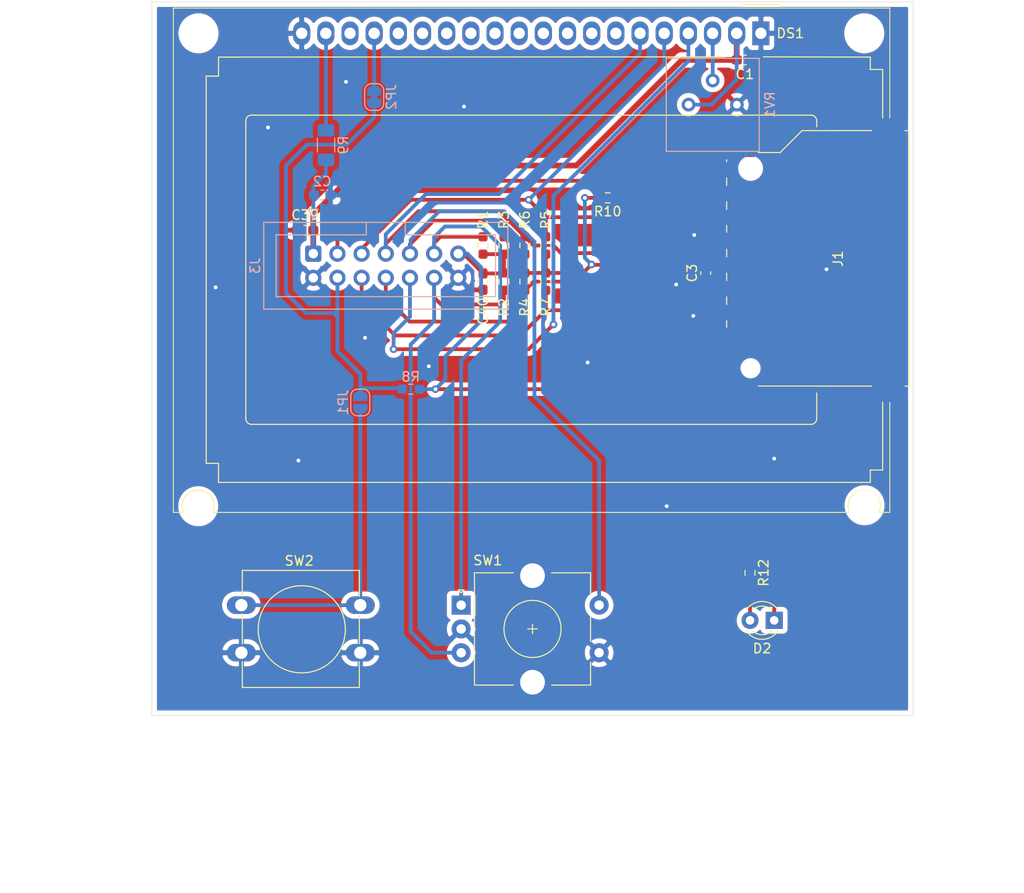
<source format=kicad_pcb>
(kicad_pcb (version 20171130) (host pcbnew "(5.1.9)-1")
  (layers (0 F.Cu signal) (31 B.Cu signal) (34 B.Paste user) (35 F.Paste user) (36 B.SilkS user) (37 F.SilkS user) (38 B.Mask user) (39 F.Mask user) (44 Edge.Cuts user))
  (net 0 "")
  (net 1 GND)
  (net 2 +3V3)
  (net 3 /SPI_MISO)
  (net 4 /SPI_SCK)
  (net 5 /SPI_MOSI)
  (net 6 /ENC_B)
  (net 7 /ENC_A)
  (net 8 /CARD-DETECT)
  (net 9 /SPI_RESET)
  (net 10 /ENC_PUSH)
  (net 11 +5V)
  (net 12 /CS)
  (net 13 /CS2)
  (net 14 "Net-(J1-Pad11)")
  (net 15 "Net-(J1-Pad9)")
  (net 16 "Net-(J1-Pad8)")
  (net 17 "Net-(DS1-Pad19)")
  (net 18 "Net-(DS1-Pad18)")
  (net 19 "Net-(DS1-Pad17)")
  (net 20 "Net-(DS1-Pad16)")
  (net 21 "Net-(DS1-Pad15)")
  (net 22 "Net-(DS1-Pad14)")
  (net 23 "Net-(DS1-Pad13)")
  (net 24 "Net-(DS1-Pad12)")
  (net 25 "Net-(DS1-Pad11)")
  (net 26 "Net-(DS1-Pad10)")
  (net 27 "Net-(DS1-Pad9)")
  (net 28 "Net-(DS1-Pad8)")
  (net 29 "Net-(DS1-Pad7)")
  (net 30 "Net-(DS1-Pad3)")
  (net 31 "Net-(JP1-Pad2)")
  (net 32 "Net-(D2-Pad2)")
  (module Display:AG12864E (layer F.Cu) (at 149 73.3 270)
    (fp_text reference DS1 (at 0 -3.1) (layer F.SilkS))
    (fp_text value LCD12864)
    (fp_line (start 50.35 61.75) (end 50.35 60.7) (layer F.SilkS) (width 0.1))
    (fp_line (start 50.35 -13.54) (end 50.35 -12.44) (layer F.SilkS) (width 0.1))
    (fp_line (start -2.65 -13.55) (end -2.65 61.75) (layer F.SilkS) (width 0.1))
    (fp_line (start -2.65 61.75) (end 50.35 61.75) (layer F.SilkS) (width 0.1))
    (fp_line (start 50.35 57.55) (end 50.35 -9.3) (layer F.SilkS) (width 0.1))
    (fp_line (start 50.35 -13.55) (end 38.8 -13.55) (layer F.SilkS) (width 0.1))
    (fp_line (start -3 -2) (end -3 2) (layer F.SilkS) (width 0.12))
    (fp_line (start 41.1 53.53) (end 41.1 -5.27) (layer F.SilkS) (width 0.12))
    (fp_line (start 9.2 54.13) (end 40.5 54.13) (layer F.SilkS) (width 0.12))
    (fp_line (start 8.6 -5.27) (end 8.6 53.53) (layer F.SilkS) (width 0.12))
    (fp_line (start 9.825 -5.875) (end 9.21 -5.87) (layer F.SilkS) (width 0.12))
    (fp_line (start 38.775 -12.8) (end 45.9 -12.8) (layer F.SilkS) (width 0.12))
    (fp_line (start 2.5 57) (end 2.475 3.75) (layer F.SilkS) (width 0.12))
    (fp_line (start 45.2 58.3) (end 4.5 58.3) (layer F.SilkS) (width 0.12))
    (fp_line (start 47.2 -11.5) (end 47.2 57) (layer F.SilkS) (width 0.12))
    (fp_line (start 2.5 57) (end 4.5 57) (layer F.SilkS) (width 0.12))
    (fp_line (start 4.5 57) (end 4.5 58.3) (layer F.SilkS) (width 0.12))
    (fp_line (start 47.2 57) (end 45.2 57) (layer F.SilkS) (width 0.12))
    (fp_line (start 45.2 57) (end 45.2 58.3) (layer F.SilkS) (width 0.12))
    (fp_line (start 47.2 -11.5) (end 45.9 -11.5) (layer F.SilkS) (width 0.12))
    (fp_line (start 45.9 -11.5) (end 45.9 -12.8) (layer F.SilkS) (width 0.12))
    (fp_line (start 3.8 -12.8) (end 3.8 -11.5) (layer F.SilkS) (width 0.12))
    (fp_line (start 3.8 -11.5) (end 2.5 -11.5) (layer F.SilkS) (width 0.12))
    (fp_line (start 40.5 -5.875) (end 37.8 -5.875) (layer F.SilkS) (width 0.12))
    (fp_line (start 3.8 -12.8) (end 8.9 -12.8) (layer F.SilkS) (width 0.12))
    (fp_line (start 8.9 -13.55) (end -2.65 -13.55) (layer F.SilkS) (width 0.1))
    (fp_line (start 2.5 -11.5) (end 2.475 -0.275) (layer F.SilkS) (width 0.12))
    (fp_arc (start 9.2 -5.27) (end 8.6 -5.27) (angle 90) (layer F.SilkS) (width 0.12))
    (fp_arc (start 40.5 -5.27) (end 40.5 -5.87) (angle 90) (layer F.SilkS) (width 0.12))
    (fp_arc (start 40.5 53.53) (end 41.1 53.53) (angle 90) (layer F.SilkS) (width 0.12))
    (fp_arc (start 9.2 53.53) (end 9.2 54.13) (angle 90) (layer F.SilkS) (width 0.12))
    (fp_arc (start 49.7 -10.87) (end 48.12 -11.49) (angle 90) (layer F.SilkS) (width 0.1))
    (fp_arc (start 49.7 -10.87) (end 49.01 -9.32) (angle 90) (layer F.SilkS) (width 0.1))
    (fp_arc (start 49.7 -10.87) (end 50.33 -9.29) (angle 90) (layer F.SilkS) (width 0.1))
    (fp_arc (start 49.7 59.13) (end 48.12 58.51) (angle 90) (layer F.SilkS) (width 0.1))
    (fp_arc (start 49.7 59.13) (end 49.08 60.71) (angle 90) (layer F.SilkS) (width 0.1))
    (fp_arc (start 49.7 59.13) (end 50.31 60.71) (angle 90) (layer F.SilkS) (width 0.1))
    (pad 20 thru_hole oval (at 0 48.26 180) (size 1.8 2.5) (drill 1.2) (layers *.Cu *.Mask) (net 1 GND))
    (pad 19 thru_hole oval (at 0 45.72 180) (size 1.8 2.5) (drill 1.2) (layers *.Cu *.Mask) (net 17 "Net-(DS1-Pad19)"))
    (pad 18 thru_hole oval (at 0 43.18 180) (size 1.8 2.5) (drill 1.2) (layers *.Cu *.Mask) (net 18 "Net-(DS1-Pad18)"))
    (pad 17 thru_hole oval (at 0 40.64 180) (size 1.8 2.5) (drill 1.2) (layers *.Cu *.Mask) (net 19 "Net-(DS1-Pad17)"))
    (pad 16 thru_hole oval (at 0 38.1 180) (size 1.8 2.5) (drill 1.2) (layers *.Cu *.Mask) (net 20 "Net-(DS1-Pad16)"))
    (pad 15 thru_hole oval (at 0 35.56 180) (size 1.8 2.5) (drill 1.2) (layers *.Cu *.Mask) (net 21 "Net-(DS1-Pad15)"))
    (pad 14 thru_hole oval (at 0 33.02 180) (size 1.8 2.5) (drill 1.2) (layers *.Cu *.Mask) (net 22 "Net-(DS1-Pad14)"))
    (pad 13 thru_hole oval (at 0 30.48 180) (size 1.8 2.5) (drill 1.2) (layers *.Cu *.Mask) (net 23 "Net-(DS1-Pad13)"))
    (pad 12 thru_hole oval (at 0 27.94 180) (size 1.8 2.5) (drill 1.2) (layers *.Cu *.Mask) (net 24 "Net-(DS1-Pad12)"))
    (pad 11 thru_hole oval (at 0 25.4 180) (size 1.8 2.5) (drill 1.2) (layers *.Cu *.Mask) (net 25 "Net-(DS1-Pad11)"))
    (pad 10 thru_hole oval (at 0 22.86 180) (size 1.8 2.5) (drill 1.2) (layers *.Cu *.Mask) (net 26 "Net-(DS1-Pad10)"))
    (pad 9 thru_hole oval (at 0 20.32 180) (size 1.8 2.5) (drill 1.2) (layers *.Cu *.Mask) (net 27 "Net-(DS1-Pad9)"))
    (pad 8 thru_hole oval (at 0 17.78 180) (size 1.8 2.5) (drill 1.2) (layers *.Cu *.Mask) (net 28 "Net-(DS1-Pad8)"))
    (pad 7 thru_hole oval (at 0 15.24 180) (size 1.8 2.5) (drill 1.2) (layers *.Cu *.Mask) (net 29 "Net-(DS1-Pad7)"))
    (pad 6 thru_hole oval (at 0 12.7 180) (size 1.8 2.5) (drill 1.2) (layers *.Cu *.Mask) (net 4 /SPI_SCK))
    (pad 5 thru_hole oval (at 0 10.16 180) (size 1.8 2.5) (drill 1.2) (layers *.Cu *.Mask) (net 5 /SPI_MOSI))
    (pad 4 thru_hole oval (at 0 7.62 180) (size 1.8 2.5) (drill 1.2) (layers *.Cu *.Mask) (net 13 /CS2))
    (pad 3 thru_hole oval (at 0 5.08 180) (size 1.8 2.5) (drill 1.2) (layers *.Cu *.Mask) (net 30 "Net-(DS1-Pad3)"))
    (pad 2 thru_hole oval (at 0 2.54 180) (size 1.8 2.5) (drill 1.2) (layers *.Cu *.Mask) (net 11 +5V))
    (pad 1 thru_hole rect (at 0 0 180) (size 1.8 2.5) (drill 1.2) (layers *.Cu *.Mask) (net 1 GND))
  )
  (module Connector_Card:SD_TE_2041021 (layer F.Cu) (at 157.1 97 90)
    (fp_text reference J1 (at 0 0 90) (layer F.SilkS))
    (fp_text value SD_Card)
    (fp_line (start -13.375 7.05) (end -13.375 7.47) (layer F.SilkS) (width 0.12))
    (fp_line (start 13.465 7.47) (end 13.465 7.05) (layer F.SilkS) (width 0.12))
    (fp_line (start -13.375 7.47) (end 13.465 7.47) (layer F.SilkS) (width 0.12))
    (fp_line (start 7.7 -11.695) (end 8.5 -11.695) (layer F.SilkS) (width 0.12))
    (fp_line (start 5.2 -11.695) (end 6 -11.695) (layer F.SilkS) (width 0.12))
    (fp_line (start 2.8 -11.695) (end 3.5 -11.695) (layer F.SilkS) (width 0.12))
    (fp_line (start 0.2 -11.695) (end 1 -11.695) (layer F.SilkS) (width 0.12))
    (fp_line (start 10.2 -11.695) (end 10.4 -11.695) (layer F.SilkS) (width 0.12))
    (fp_line (start -2.3 -11.695) (end -1.5 -11.695) (layer F.SilkS) (width 0.12))
    (fp_line (start -4.8 -11.695) (end -4 -11.695) (layer F.SilkS) (width 0.12))
    (fp_line (start -7.2 -11.695) (end -6.5 -11.695) (layer F.SilkS) (width 0.12))
    (fp_line (start 11.17 -8.375) (end 11.17 -6.075) (layer F.SilkS) (width 0.12))
    (fp_line (start 11.17 -6.075) (end 13.47 -3.775) (layer F.SilkS) (width 0.12))
    (fp_line (start 13.47 -3.775) (end 13.475 3.55) (layer F.SilkS) (width 0.12))
    (fp_line (start -13.37 -8.375) (end -13.375 3.525) (layer F.SilkS) (width 0.12))
    (pad 12 smd rect (at -13.65 -10.175 90) (size 1.5 2.8) (layers F.Cu F.Paste F.Mask) (net 1 GND))
    (pad 12 smd rect (at -13.65 5.325 90) (size 1.5 2.8) (layers F.Cu F.Paste F.Mask) (net 1 GND))
    (pad 12 smd rect (at 13.65 5.325 90) (size 1.5 2.8) (layers F.Cu F.Paste F.Mask) (net 1 GND))
    (pad 12 smd rect (at 11.45 -10.175 90) (size 1.5 2.8) (layers F.Cu F.Paste F.Mask) (net 1 GND))
    (pad "" np_thru_hole circle (at -11.5 -9.175 90) (size 1.1 1.1) (drill 1.1) (layers *.Cu *.Mask))
    (pad "" np_thru_hole circle (at 9.5 -9.175 90) (size 1.6 1.6) (drill 1.6) (layers *.Cu *.Mask))
    (pad 11 smd rect (at -12.255 -11.975 90) (size 0.7 1.5) (layers F.Cu F.Paste F.Mask) (net 14 "Net-(J1-Pad11)"))
    (pad 10 smd rect (at -11.055 -11.975 90) (size 0.7 1.5) (layers F.Cu F.Paste F.Mask) (net 8 /CARD-DETECT))
    (pad 9 smd rect (at 9.375 -11.975 90) (size 1 1.5) (layers F.Cu F.Paste F.Mask) (net 15 "Net-(J1-Pad9)"))
    (pad 8 smd rect (at -9.755 -11.975 90) (size 1 1.5) (layers F.Cu F.Paste F.Mask) (net 16 "Net-(J1-Pad8)"))
    (pad 7 smd rect (at -8.055 -11.975 90) (size 1 1.5) (layers F.Cu F.Paste F.Mask) (net 3 /SPI_MISO))
    (pad 6 smd rect (at -5.625 -11.975 90) (size 1 1.5) (layers F.Cu F.Paste F.Mask) (net 1 GND))
    (pad 5 smd rect (at -3.125 -11.975 90) (size 1 1.5) (layers F.Cu F.Paste F.Mask) (net 4 /SPI_SCK))
    (pad 4 smd rect (at -0.625 -11.975 90) (size 1 1.5) (layers F.Cu F.Paste F.Mask) (net 2 +3V3))
    (pad 3 smd rect (at 1.875 -11.975 90) (size 1 1.5) (layers F.Cu F.Paste F.Mask) (net 1 GND))
    (pad 2 smd rect (at 4.375 -11.975 90) (size 1 1.5) (layers F.Cu F.Paste F.Mask) (net 5 /SPI_MOSI))
    (pad 1 smd rect (at 6.875 -11.975 90) (size 1 1.5) (layers F.Cu F.Paste F.Mask) (net 12 /CS))
  )
  (module LED_THT:LED_D3.0mm (layer F.Cu) (at 150.4 135 180)
    (fp_text reference D2 (at 1.27 -2.96) (layer F.SilkS))
    (fp_text value LED)
    (fp_line (start -0.29 -1.236) (end -0.29 -1.08) (layer F.SilkS) (width 0.12))
    (fp_line (start -0.29 1.08) (end -0.29 1.236) (layer F.SilkS) (width 0.12))
    (fp_arc (start 1.27 0) (end 0.229039 1.08) (angle -87.9) (layer F.SilkS) (width 0.12))
    (fp_arc (start 1.27 0) (end 0.229039 -1.08) (angle 87.9) (layer F.SilkS) (width 0.12))
    (fp_arc (start 1.27 0) (end -0.29 1.235516) (angle -108.8) (layer F.SilkS) (width 0.12))
    (fp_arc (start 1.27 0) (end -0.29 -1.235516) (angle 108.8) (layer F.SilkS) (width 0.12))
    (pad 2 thru_hole circle (at 2.54 0 180) (size 1.8 1.8) (drill 0.9) (layers *.Cu *.Mask) (net 32 "Net-(D2-Pad2)"))
    (pad 1 thru_hole rect (at 0 0 180) (size 1.8 1.8) (drill 0.9) (layers *.Cu *.Mask) (net 8 /CARD-DETECT))
  )
  (module Resistor_SMD:R_0603_1608Metric_Pad0.98x0.95mm_HandSolder (layer F.Cu) (at 147.86 130 270)
    (fp_text reference R12 (at 0 -1.43 90) (layer F.SilkS))
    (fp_text value 470)
    (fp_line (start -0.254724 -0.5225) (end 0.254724 -0.5225) (layer F.SilkS) (width 0.12))
    (fp_line (start -0.254724 0.5225) (end 0.254724 0.5225) (layer F.SilkS) (width 0.12))
    (pad 2 smd roundrect (at 0.9125 0 270) (size 0.975 0.95) (layers F.Cu F.Paste F.Mask) (net 32 "Net-(D2-Pad2)"))
    (pad 1 smd roundrect (at -0.9125 0 270) (size 0.975 0.95) (layers F.Cu F.Paste F.Mask) (net 2 +3V3))
  )
  (module Resistor_SMD:R_0603_1608Metric_Pad0.98x0.95mm_HandSolder (layer F.Cu) (at 132.9 90.6 180)
    (fp_text reference R10 (at 0 -1.43) (layer F.SilkS))
    (fp_text value 10k)
    (fp_line (start -0.254724 -0.5225) (end 0.254724 -0.5225) (layer F.SilkS) (width 0.12))
    (fp_line (start -0.254724 0.5225) (end 0.254724 0.5225) (layer F.SilkS) (width 0.12))
    (pad 2 smd roundrect (at 0.9125 0 180) (size 0.975 0.95) (layers F.Cu F.Paste F.Mask) (net 2 +3V3))
    (pad 1 smd roundrect (at -0.9125 0 180) (size 0.975 0.95) (layers F.Cu F.Paste F.Mask) (net 8 /CARD-DETECT))
  )
  (module Capacitor_SMD:C_0603_1608Metric_Pad1.08x0.95mm_HandSolder (layer F.Cu) (at 143.2 98.5 90)
    (fp_text reference C3 (at 0 -1.43 90) (layer F.SilkS))
    (fp_text value 0u1)
    (fp_line (start -0.146267 -0.51) (end 0.146267 -0.51) (layer F.SilkS) (width 0.12))
    (fp_line (start -0.146267 0.51) (end 0.146267 0.51) (layer F.SilkS) (width 0.12))
    (pad 2 smd roundrect (at 0.8625 0 90) (size 1.075 0.95) (layers F.Cu F.Paste F.Mask) (net 2 +3V3))
    (pad 1 smd roundrect (at -0.8625 0 90) (size 1.075 0.95) (layers F.Cu F.Paste F.Mask) (net 1 GND))
  )
  (module Capacitor_SMD:C_0603_1608Metric_Pad1.08x0.95mm_HandSolder (layer B.Cu) (at 102.9 90.3 180)
    (fp_text reference C2 (at 0 1.43) (layer B.SilkS) (effects (justify mirror)))
    (fp_text value 0u1)
    (fp_line (start -0.146267 0.51) (end 0.146267 0.51) (layer B.SilkS) (width 0.12))
    (fp_line (start -0.146267 -0.51) (end 0.146267 -0.51) (layer B.SilkS) (width 0.12))
    (pad 2 smd roundrect (at 0.8625 0 180) (size 1.075 0.95) (layers B.Cu B.Paste B.Mask) (net 11 +5V))
    (pad 1 smd roundrect (at -0.8625 0 180) (size 1.075 0.95) (layers B.Cu B.Paste B.Mask) (net 1 GND))
  )
  (module Capacitor_SMD:C_0603_1608Metric_Pad1.08x0.95mm_HandSolder (layer F.Cu) (at 147.3225 76.1)
    (fp_text reference C1 (at 0 1.5) (layer F.SilkS))
    (fp_text value 0u1)
    (fp_line (start -0.146267 -0.51) (end 0.146267 -0.51) (layer F.SilkS) (width 0.12))
    (fp_line (start -0.146267 0.51) (end 0.146267 0.51) (layer F.SilkS) (width 0.12))
    (pad 2 smd roundrect (at 0.8625 0) (size 1.075 0.95) (layers F.Cu F.Paste F.Mask) (net 1 GND))
    (pad 1 smd roundrect (at -0.8625 0) (size 1.075 0.95) (layers F.Cu F.Paste F.Mask) (net 11 +5V))
  )
  (module MountingHole:MountingHole_3.2mm_M3 (layer F.Cu) (at 89.87 123)
    (fp_text reference REF** hide)
    (fp_text value MountingHole_3.2mm_M3)
    (pad 1 np_thru_hole circle (at 0 0) (size 3.2 3.2) (drill 3.2) (layers *.Cu *.Mask))
  )
  (module MountingHole:MountingHole_3.2mm_M3 (layer F.Cu) (at 159.9 122.9)
    (fp_text reference REF** hide)
    (fp_text value MountingHole_3.2mm_M3)
    (pad 1 np_thru_hole circle (at 0 0) (size 3.2 3.2) (drill 3.2) (layers *.Cu *.Mask))
  )
  (module MountingHole:MountingHole_3.2mm_M3 (layer F.Cu) (at 159.87 73.3)
    (fp_text reference REF** hide)
    (fp_text value MountingHole_3.2mm_M3)
    (pad 1 np_thru_hole circle (at 0 0) (size 3.2 3.2) (drill 3.2) (layers *.Cu *.Mask))
  )
  (module MountingHole:MountingHole_3.2mm_M3 (layer F.Cu) (at 89.9 73.3)
    (fp_text reference REF** hide)
    (fp_text value MountingHole_3.2mm_M3)
    (pad 1 np_thru_hole circle (at 0 0) (size 3.2 3.2) (drill 3.2) (layers *.Cu *.Mask))
  )
  (module Button_Switch_THT:SW_PUSH-12mm (layer F.Cu) (at 94.4 133.4)
    (fp_text reference SW2 (at 6.08 -4.66) (layer F.SilkS))
    (fp_text value SW_Push)
    (fp_line (start 0.1 -3.65) (end 12.4 -3.65) (layer F.SilkS) (width 0.12))
    (fp_line (start 12.4 0.93) (end 12.4 4.07) (layer F.SilkS) (width 0.12))
    (fp_line (start 12.4 8.65) (end 0.1 8.65) (layer F.SilkS) (width 0.12))
    (fp_line (start 0.1 -0.93) (end 0.1 -3.65) (layer F.SilkS) (width 0.12))
    (fp_circle (center 6.35 2.54) (end 10.16 5.08) (layer F.SilkS) (width 0.12))
    (fp_line (start 0.1 8.65) (end 0.1 5.93) (layer F.SilkS) (width 0.12))
    (fp_line (start 0.1 4.07) (end 0.1 0.93) (layer F.SilkS) (width 0.12))
    (fp_line (start 12.4 5.93) (end 12.4 8.65) (layer F.SilkS) (width 0.12))
    (fp_line (start 12.4 -3.65) (end 12.4 -0.93) (layer F.SilkS) (width 0.12))
    (pad 2 thru_hole oval (at 0 5) (size 3.048 1.85) (drill 1.3) (layers *.Cu *.Mask) (net 1 GND))
    (pad 1 thru_hole oval (at 0 0) (size 3.048 1.85) (drill 1.3) (layers *.Cu *.Mask) (net 31 "Net-(JP1-Pad2)"))
    (pad 2 thru_hole oval (at 12.5 5) (size 3.048 1.85) (drill 1.3) (layers *.Cu *.Mask) (net 1 GND))
    (pad 1 thru_hole oval (at 12.5 0) (size 3.048 1.85) (drill 1.3) (layers *.Cu *.Mask) (net 31 "Net-(JP1-Pad2)"))
  )
  (module Potentiometer_THT:Potentiometer_Bourns_3386P_Vertical (layer B.Cu) (at 141.4 80.8 90)
    (fp_text reference RV1 (at -0.015 8.555 270) (layer B.SilkS) (effects (justify mirror)))
    (fp_text value 10k)
    (fp_line (start -4.9 7.425) (end 4.87 7.425) (layer B.SilkS) (width 0.12))
    (fp_line (start -4.9 -2.345) (end 4.87 -2.345) (layer B.SilkS) (width 0.12))
    (fp_line (start -4.9 7.425) (end -4.9 -2.345) (layer B.SilkS) (width 0.12))
    (fp_line (start 4.87 7.425) (end 4.87 -2.345) (layer B.SilkS) (width 0.12))
    (pad 1 thru_hole circle (at 0 0 90) (size 1.44 1.44) (drill 0.8) (layers *.Cu *.Mask) (net 11 +5V))
    (pad 2 thru_hole circle (at 2.54 2.54 90) (size 1.44 1.44) (drill 0.8) (layers *.Cu *.Mask) (net 30 "Net-(DS1-Pad3)"))
    (pad 3 thru_hole circle (at 0 5.08 90) (size 1.44 1.44) (drill 0.8) (layers *.Cu *.Mask) (net 1 GND))
  )
  (module Resistor_SMD:R_1206_3216Metric_Pad1.30x1.75mm_HandSolder (layer B.Cu) (at 103.3 85.05 90)
    (fp_text reference R9 (at 0 1.82 90) (layer B.SilkS) (effects (justify mirror)))
    (fp_text value 470)
    (fp_line (start -0.727064 0.91) (end 0.727064 0.91) (layer B.SilkS) (width 0.12))
    (fp_line (start -0.727064 -0.91) (end 0.727064 -0.91) (layer B.SilkS) (width 0.12))
    (pad 2 smd roundrect (at 1.55 0 90) (size 1.3 1.75) (layers B.Cu B.Paste B.Mask) (roundrect_rratio 0.192308) (net 17 "Net-(DS1-Pad19)"))
    (pad 1 smd roundrect (at -1.55 0 90) (size 1.3 1.75) (layers B.Cu B.Paste B.Mask) (roundrect_rratio 0.192308) (net 11 +5V))
  )
  (module Resistor_SMD:R_0603_1608Metric_Pad0.98x0.95mm_HandSolder (layer B.Cu) (at 112.2 110.7)
    (fp_text reference R8 (at 0 -1.3) (layer B.SilkS) (effects (justify mirror)))
    (fp_text value 10k)
    (fp_line (start -0.254724 0.5225) (end 0.254724 0.5225) (layer B.SilkS) (width 0.12))
    (fp_line (start -0.254724 -0.5225) (end 0.254724 -0.5225) (layer B.SilkS) (width 0.12))
    (pad 2 smd roundrect (at 0.9125 0) (size 0.975 0.95) (layers B.Cu B.Paste B.Mask) (net 2 +3V3))
    (pad 1 smd roundrect (at -0.9125 0) (size 0.975 0.95) (layers B.Cu B.Paste B.Mask) (net 9 /SPI_RESET))
  )
  (module Jumper:SolderJumper-2_P1.3mm_Bridged_RoundedPad1.0x1.5mm (layer B.Cu) (at 108.36 80 90)
    (fp_text reference JP2 (at 0 1.8 270) (layer B.SilkS) (effects (justify mirror)))
    (fp_text value Jumper_NC_Small)
    (fp_line (start -1.4 -0.3) (end -1.4 0.3) (layer B.SilkS) (width 0.12))
    (fp_line (start 0.7 -1) (end -0.7 -1) (layer B.SilkS) (width 0.12))
    (fp_line (start 1.4 0.3) (end 1.4 -0.3) (layer B.SilkS) (width 0.12))
    (fp_line (start -0.7 1) (end 0.7 1) (layer B.SilkS) (width 0.12))
    (fp_poly (pts (xy 0.25 0.3) (xy -0.25 0.3) (xy -0.25 -0.3) (xy 0.25 -0.3)) (layer B.Cu) (width 0))
    (fp_arc (start -0.7 0.3) (end -0.7 1) (angle 90) (layer B.SilkS) (width 0.12))
    (fp_arc (start -0.7 -0.3) (end -1.4 -0.3) (angle 90) (layer B.SilkS) (width 0.12))
    (fp_arc (start 0.7 -0.3) (end 0.7 -1) (angle 90) (layer B.SilkS) (width 0.12))
    (fp_arc (start 0.7 0.3) (end 1.4 0.3) (angle 90) (layer B.SilkS) (width 0.12))
    (pad 1 smd custom (at -0.65 0 90) (size 1 0.5) (layers B.Cu B.Mask) (net 9 /SPI_RESET) (options (clearance outline) (anchor rect)) (primitives (gr_circle (center 0 -0.25) (end 0.5 -0.25) (width 0)) (gr_circle (center 0 0.25) (end 0.5 0.25) (width 0)) (gr_poly (pts (xy 0 0.75) (xy 0.5 0.75) (xy 0.5 -0.75) (xy 0 -0.75)) (width 0))))
    (pad 2 smd custom (at 0.65 0 90) (size 1 0.5) (layers B.Cu B.Mask) (net 19 "Net-(DS1-Pad17)") (options (clearance outline) (anchor rect)) (primitives (gr_circle (center 0 -0.25) (end 0.5 -0.25) (width 0)) (gr_circle (center 0 0.25) (end 0.5 0.25) (width 0)) (gr_poly (pts (xy 0 0.75) (xy -0.5 0.75) (xy -0.5 -0.75) (xy 0 -0.75)) (width 0))))
  )
  (module Jumper:SolderJumper-2_P1.3mm_Open_RoundedPad1.0x1.5mm (layer B.Cu) (at 106.9 112.1 270)
    (fp_text reference JP1 (at 0 1.8 90) (layer B.SilkS) (effects (justify mirror)))
    (fp_text value Jumper_NO_Small)
    (fp_line (start -1.4 -0.3) (end -1.4 0.3) (layer B.SilkS) (width 0.12))
    (fp_line (start 0.7 -1) (end -0.7 -1) (layer B.SilkS) (width 0.12))
    (fp_line (start 1.4 0.3) (end 1.4 -0.3) (layer B.SilkS) (width 0.12))
    (fp_line (start -0.7 1) (end 0.7 1) (layer B.SilkS) (width 0.12))
    (fp_arc (start -0.7 0.3) (end -0.7 1) (angle 90) (layer B.SilkS) (width 0.12))
    (fp_arc (start -0.7 -0.3) (end -1.4 -0.3) (angle 90) (layer B.SilkS) (width 0.12))
    (fp_arc (start 0.7 -0.3) (end 0.7 -1) (angle 90) (layer B.SilkS) (width 0.12))
    (fp_arc (start 0.7 0.3) (end 1.4 0.3) (angle 90) (layer B.SilkS) (width 0.12))
    (pad 2 smd custom (at 0.65 0 270) (size 1 0.5) (layers B.Cu B.Mask) (net 31 "Net-(JP1-Pad2)") (options (clearance outline) (anchor rect)) (primitives (gr_circle (center 0 -0.25) (end 0.5 -0.25) (width 0)) (gr_circle (center 0 0.25) (end 0.5 0.25) (width 0)) (gr_poly (pts (xy 0 0.75) (xy -0.5 0.75) (xy -0.5 -0.75) (xy 0 -0.75)) (width 0))))
    (pad 1 smd custom (at -0.65 0 270) (size 1 0.5) (layers B.Cu B.Mask) (net 9 /SPI_RESET) (options (clearance outline) (anchor rect)) (primitives (gr_circle (center 0 -0.25) (end 0.5 -0.25) (width 0)) (gr_circle (center 0 0.25) (end 0.5 0.25) (width 0)) (gr_poly (pts (xy 0 0.75) (xy 0.5 0.75) (xy 0.5 -0.75) (xy 0 -0.75)) (width 0))))
  )
  (module Connector_IDC:IDC-Header_2x07_P2.54mm_Vertical (layer B.Cu) (at 101.96 96.46 270)
    (fp_text reference J3 (at 1.27 6.1 270) (layer B.SilkS) (effects (justify mirror)))
    (fp_text value EXP)
    (fp_line (start -4.68 -0.5) (end -3.68 0) (layer B.SilkS) (width 0.12))
    (fp_line (start -4.68 0.5) (end -4.68 -0.5) (layer B.SilkS) (width 0.12))
    (fp_line (start -3.68 0) (end -4.68 0.5) (layer B.SilkS) (width 0.12))
    (fp_line (start -1.98 -9.67) (end -3.29 -9.67) (layer B.SilkS) (width 0.12))
    (fp_line (start -1.98 -9.67) (end -1.98 -9.67) (layer B.SilkS) (width 0.12))
    (fp_line (start -1.98 -19.15) (end -1.98 -9.67) (layer B.SilkS) (width 0.12))
    (fp_line (start 4.52 -19.15) (end -1.98 -19.15) (layer B.SilkS) (width 0.12))
    (fp_line (start 4.52 3.91) (end 4.52 -19.15) (layer B.SilkS) (width 0.12))
    (fp_line (start -1.98 3.91) (end 4.52 3.91) (layer B.SilkS) (width 0.12))
    (fp_line (start -1.98 -5.57) (end -1.98 3.91) (layer B.SilkS) (width 0.12))
    (fp_line (start -3.29 -5.57) (end -1.98 -5.57) (layer B.SilkS) (width 0.12))
    (fp_line (start -3.29 -20.45) (end -3.29 5.21) (layer B.SilkS) (width 0.12))
    (fp_line (start 5.83 -20.45) (end -3.29 -20.45) (layer B.SilkS) (width 0.12))
    (fp_line (start 5.83 5.21) (end 5.83 -20.45) (layer B.SilkS) (width 0.12))
    (fp_line (start -3.29 5.21) (end 5.83 5.21) (layer B.SilkS) (width 0.12))
    (pad 14 thru_hole circle (at 2.54 -15.24 270) (size 1.7 1.7) (drill 1) (layers *.Cu *.Mask) (net 1 GND))
    (pad 12 thru_hole circle (at 2.54 -12.7 270) (size 1.7 1.7) (drill 1) (layers *.Cu *.Mask) (net 6 /ENC_B))
    (pad 10 thru_hole circle (at 2.54 -10.16 270) (size 1.7 1.7) (drill 1) (layers *.Cu *.Mask) (net 13 /CS2))
    (pad 8 thru_hole circle (at 2.54 -7.62 270) (size 1.7 1.7) (drill 1) (layers *.Cu *.Mask) (net 12 /CS))
    (pad 6 thru_hole circle (at 2.54 -5.08 270) (size 1.7 1.7) (drill 1) (layers *.Cu *.Mask) (net 3 /SPI_MISO))
    (pad 4 thru_hole circle (at 2.54 -2.54 270) (size 1.7 1.7) (drill 1) (layers *.Cu *.Mask) (net 9 /SPI_RESET))
    (pad 2 thru_hole circle (at 2.54 0 270) (size 1.7 1.7) (drill 1) (layers *.Cu *.Mask) (net 1 GND))
    (pad 13 thru_hole circle (at 0 -15.24 270) (size 1.7 1.7) (drill 1) (layers *.Cu *.Mask) (net 2 +3V3))
    (pad 11 thru_hole circle (at 0 -12.7 270) (size 1.7 1.7) (drill 1) (layers *.Cu *.Mask) (net 7 /ENC_A))
    (pad 9 thru_hole circle (at 0 -10.16 270) (size 1.7 1.7) (drill 1) (layers *.Cu *.Mask) (net 10 /ENC_PUSH))
    (pad 7 thru_hole circle (at 0 -7.62 270) (size 1.7 1.7) (drill 1) (layers *.Cu *.Mask) (net 4 /SPI_SCK))
    (pad 5 thru_hole circle (at 0 -5.08 270) (size 1.7 1.7) (drill 1) (layers *.Cu *.Mask) (net 5 /SPI_MOSI))
    (pad 3 thru_hole circle (at 0 -2.54 270) (size 1.7 1.7) (drill 1) (layers *.Cu *.Mask) (net 8 /CARD-DETECT))
    (pad 1 thru_hole roundrect (at 0 0 270) (size 1.7 1.7) (drill 1) (layers *.Cu *.Mask) (roundrect_rratio 0.147059) (net 11 +5V))
  )
  (module Rotary_Encoder:RotaryEncoder_Alps_EC11E-Switch_Vertical_H20mm_CircularMountingHoles (layer F.Cu) (at 117.5 133.4)
    (fp_text reference SW1 (at 2.8 -4.7) (layer F.SilkS))
    (fp_text value Rotary_Encoder_Switch)
    (fp_circle (center 7.5 2.5) (end 10.5 2.5) (layer F.SilkS) (width 0.12))
    (fp_line (start 9.5 -3.4) (end 13.6 -3.4) (layer F.SilkS) (width 0.12))
    (fp_line (start 13.6 8.4) (end 9.5 8.4) (layer F.SilkS) (width 0.12))
    (fp_line (start 5.5 8.4) (end 1.4 8.4) (layer F.SilkS) (width 0.12))
    (fp_line (start 5.5 -3.4) (end 1.4 -3.4) (layer F.SilkS) (width 0.12))
    (fp_line (start 1.4 -3.4) (end 1.4 8.4) (layer F.SilkS) (width 0.12))
    (fp_line (start 0 -1.3) (end -0.3 -1.6) (layer F.SilkS) (width 0.12))
    (fp_line (start -0.3 -1.6) (end 0.3 -1.6) (layer F.SilkS) (width 0.12))
    (fp_line (start 0.3 -1.6) (end 0 -1.3) (layer F.SilkS) (width 0.12))
    (fp_line (start 13.6 -3.4) (end 13.6 -1) (layer F.SilkS) (width 0.12))
    (fp_line (start 13.6 1.2) (end 13.6 3.8) (layer F.SilkS) (width 0.12))
    (fp_line (start 13.6 6) (end 13.6 8.4) (layer F.SilkS) (width 0.12))
    (fp_line (start 7.5 2) (end 7.5 3) (layer F.SilkS) (width 0.12))
    (fp_line (start 7 2.5) (end 8 2.5) (layer F.SilkS) (width 0.12))
    (pad A thru_hole rect (at 0 0) (size 2 2) (drill 1) (layers *.Cu *.Mask) (net 7 /ENC_A))
    (pad C thru_hole circle (at 0 2.5) (size 2 2) (drill 1) (layers *.Cu *.Mask) (net 1 GND))
    (pad B thru_hole circle (at 0 5) (size 2 2) (drill 1) (layers *.Cu *.Mask) (net 6 /ENC_B))
    (pad C thru_hole circle (at 7.5 -3.1) (size 3.2 3.2) (drill 2.6) (layers *.Cu *.Mask) (net 1 GND))
    (pad C thru_hole circle (at 7.5 8.1) (size 3.2 3.2) (drill 2.6) (layers *.Cu *.Mask Dwgs.User) (net 1 GND))
    (pad S2 thru_hole circle (at 14.5 0) (size 2 2) (drill 1) (layers *.Cu *.Mask) (net 10 /ENC_PUSH))
    (pad S1 thru_hole circle (at 14.5 5) (size 2 2) (drill 1) (layers *.Cu *.Mask) (net 1 GND))
  )
  (module Resistor_SMD:R_0603_1608Metric_Pad0.98x0.95mm_HandSolder (layer F.Cu) (at 126.4 99.4 90)
    (fp_text reference R7 (at -2.7 0 270) (layer F.SilkS))
    (fp_text value 10k)
    (fp_line (start -0.254724 0.5225) (end 0.254724 0.5225) (layer F.SilkS) (width 0.12))
    (fp_line (start -0.254724 -0.5225) (end 0.254724 -0.5225) (layer F.SilkS) (width 0.12))
    (pad 2 smd roundrect (at 0.9125 0 90) (size 0.975 0.95) (layers F.Cu F.Paste F.Mask) (net 2 +3V3))
    (pad 1 smd roundrect (at -0.9125 0 90) (size 0.975 0.95) (layers F.Cu F.Paste F.Mask) (net 3 /SPI_MISO))
  )
  (module Resistor_SMD:R_0603_1608Metric_Pad0.98x0.95mm_HandSolder (layer F.Cu) (at 124.2 95.6 270)
    (fp_text reference R6 (at -2.7 0 90) (layer F.SilkS))
    (fp_text value 10k)
    (fp_line (start -0.254724 0.5225) (end 0.254724 0.5225) (layer F.SilkS) (width 0.12))
    (fp_line (start -0.254724 -0.5225) (end 0.254724 -0.5225) (layer F.SilkS) (width 0.12))
    (pad 2 smd roundrect (at 0.9125 0 270) (size 0.975 0.95) (layers F.Cu F.Paste F.Mask) (net 2 +3V3))
    (pad 1 smd roundrect (at -0.9125 0 270) (size 0.975 0.95) (layers F.Cu F.Paste F.Mask) (net 4 /SPI_SCK))
  )
  (module Resistor_SMD:R_0603_1608Metric_Pad0.98x0.95mm_HandSolder (layer F.Cu) (at 126.4 95.6 270)
    (fp_text reference R5 (at -2.7 0 90) (layer F.SilkS))
    (fp_text value 10k)
    (fp_line (start -0.254724 0.5225) (end 0.254724 0.5225) (layer F.SilkS) (width 0.12))
    (fp_line (start -0.254724 -0.5225) (end 0.254724 -0.5225) (layer F.SilkS) (width 0.12))
    (pad 2 smd roundrect (at 0.9125 0 270) (size 0.975 0.95) (layers F.Cu F.Paste F.Mask) (net 2 +3V3))
    (pad 1 smd roundrect (at -0.9125 0 270) (size 0.975 0.95) (layers F.Cu F.Paste F.Mask) (net 5 /SPI_MOSI))
  )
  (module Resistor_SMD:R_0603_1608Metric_Pad0.98x0.95mm_HandSolder (layer F.Cu) (at 124.2 99.4 90)
    (fp_text reference R4 (at -2.7 0 90) (layer F.SilkS))
    (fp_text value 10k)
    (fp_line (start -0.254724 0.5225) (end 0.254724 0.5225) (layer F.SilkS) (width 0.12))
    (fp_line (start -0.254724 -0.5225) (end 0.254724 -0.5225) (layer F.SilkS) (width 0.12))
    (pad 2 smd roundrect (at 0.9125 0 90) (size 0.975 0.95) (layers F.Cu F.Paste F.Mask) (net 2 +3V3))
    (pad 1 smd roundrect (at -0.9125 0 90) (size 0.975 0.95) (layers F.Cu F.Paste F.Mask) (net 12 /CS))
  )
  (module Capacitor_SMD:C_0603_1608Metric_Pad1.08x0.95mm_HandSolder (layer F.Cu) (at 119.8 99.4 90)
    (fp_text reference C40 (at -3.1 0 90) (layer F.SilkS))
    (fp_text value 0u1)
    (fp_line (start -0.146267 0.51) (end 0.146267 0.51) (layer F.SilkS) (width 0.12))
    (fp_line (start -0.146267 -0.51) (end 0.146267 -0.51) (layer F.SilkS) (width 0.12))
    (pad 2 smd roundrect (at 0.8625 0 90) (size 1.075 0.95) (layers F.Cu F.Paste F.Mask) (net 2 +3V3))
    (pad 1 smd roundrect (at -0.8625 0 90) (size 1.075 0.95) (layers F.Cu F.Paste F.Mask) (net 1 GND))
  )
  (module Capacitor_SMD:C_0603_1608Metric_Pad1.08x0.95mm_HandSolder (layer F.Cu) (at 101.0975 94 180)
    (fp_text reference C39 (at 0 1.6) (layer F.SilkS))
    (fp_text value 0u1)
    (fp_line (start -0.146267 0.51) (end 0.146267 0.51) (layer F.SilkS) (width 0.12))
    (fp_line (start -0.146267 -0.51) (end 0.146267 -0.51) (layer F.SilkS) (width 0.12))
    (pad 2 smd roundrect (at 0.8625 0 180) (size 1.075 0.95) (layers F.Cu F.Paste F.Mask) (net 1 GND))
    (pad 1 smd roundrect (at -0.8625 0 180) (size 1.075 0.95) (layers F.Cu F.Paste F.Mask) (net 11 +5V))
  )
  (module Resistor_SMD:R_0603_1608Metric_Pad0.98x0.95mm_HandSolder (layer F.Cu) (at 122 95.6 90)
    (fp_text reference R3 (at 2.7 0 90) (layer F.SilkS))
    (fp_text value 10k)
    (fp_line (start -0.254724 0.5225) (end 0.254724 0.5225) (layer F.SilkS) (width 0.12))
    (fp_line (start -0.254724 -0.5225) (end 0.254724 -0.5225) (layer F.SilkS) (width 0.12))
    (pad 2 smd roundrect (at 0.9125 0 90) (size 0.975 0.95) (layers F.Cu F.Paste F.Mask) (net 10 /ENC_PUSH))
    (pad 1 smd roundrect (at -0.9125 0 90) (size 0.975 0.95) (layers F.Cu F.Paste F.Mask) (net 2 +3V3))
  )
  (module Resistor_SMD:R_0603_1608Metric_Pad0.98x0.95mm_HandSolder (layer F.Cu) (at 122 99.4 90)
    (fp_text reference R2 (at -2.7 0 90) (layer F.SilkS))
    (fp_text value 10k)
    (fp_line (start -0.254724 0.5225) (end 0.254724 0.5225) (layer F.SilkS) (width 0.12))
    (fp_line (start -0.254724 -0.5225) (end 0.254724 -0.5225) (layer F.SilkS) (width 0.12))
    (pad 2 smd roundrect (at 0.9125 0 90) (size 0.975 0.95) (layers F.Cu F.Paste F.Mask) (net 2 +3V3))
    (pad 1 smd roundrect (at -0.9125 0 90) (size 0.975 0.95) (layers F.Cu F.Paste F.Mask) (net 6 /ENC_B))
  )
  (module Resistor_SMD:R_0603_1608Metric_Pad0.98x0.95mm_HandSolder (layer F.Cu) (at 119.8 95.6 270)
    (fp_text reference R1 (at -2.7 0 90) (layer F.SilkS))
    (fp_text value 10k)
    (fp_line (start -0.254724 0.5225) (end 0.254724 0.5225) (layer F.SilkS) (width 0.12))
    (fp_line (start -0.254724 -0.5225) (end 0.254724 -0.5225) (layer F.SilkS) (width 0.12))
    (pad 2 smd roundrect (at 0.9125 0 270) (size 0.975 0.95) (layers F.Cu F.Paste F.Mask) (net 2 +3V3))
    (pad 1 smd roundrect (at -0.9125 0 270) (size 0.975 0.95) (layers F.Cu F.Paste F.Mask) (net 7 /ENC_A))
  )
  (gr_line (start 165 70) (end 85 70) (layer Edge.Cuts) (width 0.05))
  (gr_line (start 165 145) (end 165 70) (layer Edge.Cuts) (width 0.05))
  (gr_line (start 85 145) (end 165 145) (layer Edge.Cuts) (width 0.05))
  (gr_line (start 85 70) (end 85 145) (layer Edge.Cuts) (width 0.05))
  (via (at 141.9 103) (size 0.8) (drill 0.4) (layers F.Cu B.Cu) (net 1))
  (via (at 142 94.5) (size 0.8) (drill 0.4) (layers F.Cu B.Cu) (net 1))
  (via (at 150.4 118) (size 0.8) (drill 0.4) (layers F.Cu B.Cu) (net 1))
  (via (at 100.4 118.2) (size 0.8) (drill 0.4) (layers F.Cu B.Cu) (net 1))
  (via (at 97.2 83.2) (size 0.8) (drill 0.4) (layers F.Cu B.Cu) (net 1))
  (via (at 117.8 81) (size 0.8) (drill 0.4) (layers F.Cu B.Cu) (net 1))
  (via (at 114.1 108.3) (size 0.8) (drill 0.4) (layers F.Cu B.Cu) (net 1))
  (via (at 140.1 99.7) (size 0.8) (drill 0.4) (layers F.Cu B.Cu) (net 1))
  (via (at 155.9 98.1) (size 0.8) (drill 0.4) (layers F.Cu B.Cu) (net 1))
  (via (at 91.7 100) (size 0.8) (drill 0.4) (layers F.Cu B.Cu) (net 1))
  (via (at 107.4 105.3) (size 0.8) (drill 0.4) (layers F.Cu B.Cu) (net 1))
  (via (at 105.4 78.4) (size 0.8) (drill 0.4) (layers F.Cu B.Cu) (net 1))
  (via (at 130.8 107.9) (size 0.8) (drill 0.4) (layers F.Cu B.Cu) (net 1))
  (via (at 139.1 123) (size 0.8) (drill 0.4) (layers F.Cu B.Cu) (net 1))
  (segment (start 119.7475 96.46) (end 119.8 96.5125) (width 0.4) (layer F.Cu) (net 2))
  (segment (start 117.7225 96.46) (end 119.8 98.5375) (width 0.4) (layer F.Cu) (net 2))
  (segment (start 117.2 96.46) (end 117.7225 96.46) (width 0.4) (layer F.Cu) (net 2))
  (segment (start 121.95 98.5375) (end 122 98.4875) (width 0.4) (layer F.Cu) (net 2))
  (segment (start 119.8 98.5375) (end 121.95 98.5375) (width 0.4) (layer F.Cu) (net 2))
  (segment (start 122 98.4875) (end 122 96.5125) (width 0.4) (layer F.Cu) (net 2))
  (segment (start 122 96.5125) (end 119.8 96.5125) (width 0.4) (layer F.Cu) (net 2))
  (segment (start 124.2 96.5125) (end 124.2 98.4875) (width 0.4) (layer F.Cu) (net 2))
  (segment (start 126.4 96.5125) (end 126.4 98.4875) (width 0.4) (layer F.Cu) (net 2))
  (segment (start 131.1625 97.6375) (end 130.3125 98.4875) (width 0.4) (layer F.Cu) (net 2))
  (segment (start 122 98.4875) (end 130.3125 98.4875) (width 0.4) (layer F.Cu) (net 2))
  (segment (start 145.1125 97.6375) (end 145.125 97.625) (width 0.4) (layer F.Cu) (net 2))
  (segment (start 143.2 97.6375) (end 145.1125 97.6375) (width 0.4) (layer F.Cu) (net 2))
  (via (at 130.5 90.6) (size 0.8) (drill 0.4) (layers F.Cu B.Cu) (net 2))
  (segment (start 131.9875 90.6) (end 130.5 90.6) (width 0.4) (layer F.Cu) (net 2))
  (segment (start 130.5 96.9) (end 131.2 97.6) (width 0.4) (layer B.Cu) (net 2))
  (via (at 131.2 97.6) (size 0.8) (drill 0.4) (layers F.Cu B.Cu) (net 2))
  (segment (start 130.5 90.6) (end 130.5 96.9) (width 0.4) (layer B.Cu) (net 2))
  (segment (start 114.8 110.7) (end 113.1125 110.7) (width 0.4) (layer B.Cu) (net 2))
  (segment (start 115.85 109.65) (end 114.8 110.7) (width 0.4) (layer B.Cu) (net 2))
  (segment (start 115.85 107.25) (end 115.85 109.65) (width 0.4) (layer B.Cu) (net 2))
  (segment (start 119.6 103.5) (end 115.85 107.25) (width 0.4) (layer B.Cu) (net 2))
  (segment (start 119.6 97.9) (end 119.6 103.5) (width 0.4) (layer B.Cu) (net 2))
  (segment (start 118.16 96.46) (end 119.6 97.9) (width 0.4) (layer B.Cu) (net 2))
  (segment (start 117.2 96.46) (end 118.16 96.46) (width 0.4) (layer B.Cu) (net 2))
  (segment (start 147.86 129.0875) (end 147.86 124.86) (width 0.4) (layer F.Cu) (net 2))
  (via (at 114.8 110.7) (size 0.8) (drill 0.4) (layers F.Cu B.Cu) (net 2))
  (segment (start 133.7 110.7) (end 114.8 110.7) (width 0.4) (layer F.Cu) (net 2))
  (segment (start 147.86 124.86) (end 133.7 110.7) (width 0.4) (layer F.Cu) (net 2))
  (segment (start 143.2 97.6375) (end 137.0375 97.6375) (width 0.4) (layer F.Cu) (net 2))
  (segment (start 137.0375 97.6375) (end 131.1625 97.6375) (width 0.4) (layer F.Cu) (net 2))
  (segment (start 137.1 97.6375) (end 137.0375 97.6375) (width 0.4) (layer F.Cu) (net 2))
  (segment (start 107.04 101.54) (end 107.04 99) (width 0.4) (layer F.Cu) (net 3))
  (segment (start 110.555 105.055) (end 107.04 101.54) (width 0.4) (layer F.Cu) (net 3))
  (segment (start 126.4 100.3125) (end 126.4 102.4) (width 0.4) (layer F.Cu) (net 3))
  (segment (start 123.745 105.055) (end 122.945 105.055) (width 0.4) (layer F.Cu) (net 3))
  (segment (start 126.4 102.4) (end 123.745 105.055) (width 0.4) (layer F.Cu) (net 3))
  (segment (start 122.945 105.055) (end 110.555 105.055) (width 0.4) (layer F.Cu) (net 3))
  (segment (start 128.8 102.4) (end 126.4 102.4) (width 0.4) (layer F.Cu) (net 3))
  (segment (start 131.455 105.055) (end 128.8 102.4) (width 0.4) (layer F.Cu) (net 3))
  (segment (start 131.455 105.055) (end 145.125 105.055) (width 0.4) (layer F.Cu) (net 3))
  (segment (start 109.58 95.42) (end 113 92) (width 0.4) (layer F.Cu) (net 4))
  (segment (start 109.58 96.46) (end 109.58 95.42) (width 0.4) (layer F.Cu) (net 4))
  (segment (start 121.5125 92) (end 120.6 92) (width 0.4) (layer F.Cu) (net 4))
  (segment (start 124.2 94.6875) (end 121.5125 92) (width 0.4) (layer F.Cu) (net 4))
  (segment (start 113 92) (end 120.6 92) (width 0.4) (layer F.Cu) (net 4))
  (segment (start 124.2 94.6875) (end 125.1125 95.6) (width 0.4) (layer F.Cu) (net 4))
  (segment (start 113.8 90.2) (end 109.58 94.42) (width 0.4) (layer B.Cu) (net 4))
  (segment (start 109.58 94.42) (end 109.58 96.46) (width 0.4) (layer B.Cu) (net 4))
  (segment (start 121.5 90.2) (end 113.8 90.2) (width 0.4) (layer B.Cu) (net 4))
  (segment (start 136.3 75.4) (end 121.5 90.2) (width 0.4) (layer B.Cu) (net 4))
  (segment (start 136.3 73.3) (end 136.3 75.4) (width 0.4) (layer B.Cu) (net 4))
  (segment (start 125.1125 95.6) (end 125.7 95.6) (width 0.4) (layer F.Cu) (net 4))
  (segment (start 125.7 95.6) (end 127.2 95.6) (width 0.3) (layer F.Cu) (net 4))
  (segment (start 147.5 99.2) (end 146.575 100.125) (width 0.4) (layer F.Cu) (net 4))
  (segment (start 147.5 97.2) (end 147.5 99.2) (width 0.4) (layer F.Cu) (net 4))
  (segment (start 146.575 100.125) (end 145.125 100.125) (width 0.4) (layer F.Cu) (net 4))
  (segment (start 146.7 96.4) (end 147.5 97.2) (width 0.4) (layer F.Cu) (net 4))
  (segment (start 128 96.4) (end 146.7 96.4) (width 0.4) (layer F.Cu) (net 4))
  (segment (start 127.2 95.6) (end 128 96.4) (width 0.4) (layer F.Cu) (net 4))
  (segment (start 112.2 90.8) (end 107.04 95.96) (width 0.4) (layer F.Cu) (net 5))
  (segment (start 107.04 95.96) (end 107.04 96.46) (width 0.4) (layer F.Cu) (net 5))
  (segment (start 126.4 92.65) (end 126.4 94.6875) (width 0.4) (layer F.Cu) (net 5))
  (segment (start 126.425 92.625) (end 126.4 92.65) (width 0.4) (layer F.Cu) (net 5))
  (segment (start 124.6 90.8) (end 123.8 90.8) (width 0.4) (layer F.Cu) (net 5))
  (segment (start 126.425 92.625) (end 124.6 90.8) (width 0.4) (layer F.Cu) (net 5))
  (segment (start 123.8 90.8) (end 112.2 90.8) (width 0.4) (layer F.Cu) (net 5))
  (via (at 124.6 90.8) (size 0.8) (drill 0.4) (layers F.Cu B.Cu) (net 5))
  (segment (start 138.84 76.56) (end 138.84 73.3) (width 0.4) (layer B.Cu) (net 5))
  (segment (start 124.6 90.8) (end 138.84 76.56) (width 0.4) (layer B.Cu) (net 5))
  (segment (start 139.875 92.625) (end 145.125 92.625) (width 0.4) (layer F.Cu) (net 5))
  (segment (start 139.875 92.625) (end 126.425 92.625) (width 0.4) (layer F.Cu) (net 5))
  (segment (start 114.4 138.4) (end 117.5 138.4) (width 0.4) (layer B.Cu) (net 6))
  (segment (start 112.2 136.2) (end 114.4 138.4) (width 0.4) (layer B.Cu) (net 6))
  (segment (start 112.2 111.5) (end 112.2 109.9) (width 0.3) (layer B.Cu) (net 6))
  (segment (start 114.66 103.54) (end 114.66 99) (width 0.4) (layer B.Cu) (net 6))
  (segment (start 112.2 106) (end 114.66 103.54) (width 0.4) (layer B.Cu) (net 6))
  (segment (start 112.2 109.9) (end 112.2 106) (width 0.4) (layer B.Cu) (net 6))
  (segment (start 112.2 136.2) (end 112.2 111.5) (width 0.4) (layer B.Cu) (net 6))
  (segment (start 114.66 101.06) (end 114.66 99) (width 0.4) (layer F.Cu) (net 6))
  (segment (start 115.4 101.8) (end 114.66 101.06) (width 0.4) (layer F.Cu) (net 6))
  (segment (start 121.4 101.8) (end 115.4 101.8) (width 0.4) (layer F.Cu) (net 6))
  (segment (start 122 101.2) (end 121.4 101.8) (width 0.4) (layer F.Cu) (net 6))
  (segment (start 122 100.3125) (end 122 101.2) (width 0.4) (layer F.Cu) (net 6))
  (segment (start 115.8 93.6) (end 114.66 94.74) (width 0.4) (layer B.Cu) (net 7))
  (segment (start 119.6 93.6) (end 115.8 93.6) (width 0.4) (layer B.Cu) (net 7))
  (segment (start 121.6 95.6) (end 119.6 93.6) (width 0.4) (layer B.Cu) (net 7))
  (segment (start 114.66 94.74) (end 114.66 96.46) (width 0.4) (layer B.Cu) (net 7))
  (segment (start 121.6 103.6) (end 121.6 95.6) (width 0.4) (layer B.Cu) (net 7))
  (segment (start 117.5 107.7) (end 121.6 103.6) (width 0.4) (layer B.Cu) (net 7))
  (segment (start 117.5 133.4) (end 117.5 107.7) (width 0.4) (layer B.Cu) (net 7))
  (segment (start 119.8 94.6875) (end 115.3125 94.6875) (width 0.4) (layer F.Cu) (net 7))
  (segment (start 114.66 95.34) (end 114.66 96.46) (width 0.4) (layer F.Cu) (net 7))
  (segment (start 115.3125 94.6875) (end 114.66 95.34) (width 0.4) (layer F.Cu) (net 7))
  (segment (start 104.5 92.8) (end 108.5 88.8) (width 0.4) (layer F.Cu) (net 8))
  (segment (start 104.5 96.46) (end 104.5 92.8) (width 0.4) (layer F.Cu) (net 8))
  (segment (start 133.8125 90.6) (end 134.7 90.6) (width 0.4) (layer F.Cu) (net 8))
  (segment (start 134.7 90.6) (end 135.4 89.9) (width 0.4) (layer F.Cu) (net 8))
  (segment (start 135.1 88.8) (end 135.4 89.1) (width 0.4) (layer F.Cu) (net 8))
  (segment (start 134.9 88.8) (end 135.1 88.8) (width 0.4) (layer F.Cu) (net 8))
  (segment (start 135.4 89.1) (end 135.4 88.8) (width 0.4) (layer F.Cu) (net 8))
  (segment (start 135.4 89.9) (end 135.4 89.1) (width 0.4) (layer F.Cu) (net 8))
  (segment (start 108.5 88.8) (end 134.9 88.8) (width 0.4) (layer F.Cu) (net 8))
  (segment (start 134.9 88.8) (end 135.4 88.8) (width 0.4) (layer F.Cu) (net 8))
  (segment (start 136.1 88.8) (end 135.7 88.8) (width 0.4) (layer F.Cu) (net 8))
  (segment (start 135.7 88.8) (end 135.4 89.1) (width 0.4) (layer F.Cu) (net 8))
  (segment (start 135.4 88.8) (end 136.1 88.8) (width 0.4) (layer F.Cu) (net 8))
  (segment (start 146.9 88.8) (end 143.1 88.8) (width 0.4) (layer F.Cu) (net 8))
  (segment (start 150.1 92) (end 146.9 88.8) (width 0.4) (layer F.Cu) (net 8))
  (segment (start 150.1 104.2) (end 150.1 92) (width 0.4) (layer F.Cu) (net 8))
  (segment (start 146.245 108.055) (end 150.1 104.2) (width 0.4) (layer F.Cu) (net 8))
  (segment (start 145.125 108.055) (end 146.245 108.055) (width 0.4) (layer F.Cu) (net 8))
  (segment (start 136.1 88.8) (end 141.9 88.8) (width 0.4) (layer F.Cu) (net 8))
  (segment (start 141.9 88.8) (end 143.1 88.8) (width 0.4) (layer F.Cu) (net 8))
  (segment (start 141.5 88.8) (end 141.9 88.8) (width 0.4) (layer F.Cu) (net 8))
  (segment (start 143.545 108.055) (end 145.125 108.055) (width 0.4) (layer F.Cu) (net 8))
  (segment (start 142.4 114.5) (end 142.4 109.2) (width 0.4) (layer F.Cu) (net 8))
  (segment (start 142.4 109.2) (end 143.545 108.055) (width 0.4) (layer F.Cu) (net 8))
  (segment (start 150.4 122.5) (end 142.4 114.5) (width 0.4) (layer F.Cu) (net 8))
  (segment (start 150.4 135) (end 150.4 122.5) (width 0.4) (layer F.Cu) (net 8))
  (segment (start 104.5 99) (end 104.5 101) (width 0.4) (layer B.Cu) (net 9))
  (segment (start 111.3 110.6) (end 106.9125 110.6) (width 0.4) (layer B.Cu) (net 9))
  (segment (start 106.9 109.1) (end 106.9 111.45) (width 0.4) (layer B.Cu) (net 9))
  (segment (start 106.9 109.1) (end 104.5 106.7) (width 0.4) (layer B.Cu) (net 9))
  (segment (start 104.2 102.7) (end 104.5 102.4) (width 0.4) (layer B.Cu) (net 9))
  (segment (start 104.5 102.4) (end 104.5 99) (width 0.4) (layer B.Cu) (net 9))
  (segment (start 104.3 102.7) (end 104.5 102.9) (width 0.4) (layer B.Cu) (net 9))
  (segment (start 104.2 102.7) (end 104.3 102.7) (width 0.4) (layer B.Cu) (net 9))
  (segment (start 104.5 102.9) (end 104.5 102.4) (width 0.4) (layer B.Cu) (net 9))
  (segment (start 104.1 102.7) (end 104.5 103.1) (width 0.4) (layer B.Cu) (net 9))
  (segment (start 103.9 102.7) (end 104.1 102.7) (width 0.4) (layer B.Cu) (net 9))
  (segment (start 104.5 106.7) (end 104.5 103.1) (width 0.4) (layer B.Cu) (net 9))
  (segment (start 104.5 103.1) (end 104.5 102.9) (width 0.4) (layer B.Cu) (net 9))
  (segment (start 103.9 102.7) (end 104.2 102.7) (width 0.4) (layer B.Cu) (net 9))
  (segment (start 108.36 82.14) (end 108.36 80.65) (width 0.4) (layer B.Cu) (net 9))
  (segment (start 105.5 85) (end 108.36 82.14) (width 0.4) (layer B.Cu) (net 9))
  (segment (start 99.1 87.2) (end 101.3 85) (width 0.4) (layer B.Cu) (net 9))
  (segment (start 99.1 100.6) (end 99.1 87.2) (width 0.4) (layer B.Cu) (net 9))
  (segment (start 101.2 102.7) (end 99.1 100.6) (width 0.4) (layer B.Cu) (net 9))
  (segment (start 101.3 85) (end 105.5 85) (width 0.4) (layer B.Cu) (net 9))
  (segment (start 103.9 102.7) (end 101.2 102.7) (width 0.4) (layer B.Cu) (net 9))
  (segment (start 132 133.4) (end 132 118.2) (width 0.4) (layer B.Cu) (net 10))
  (segment (start 132 118.2) (end 125.2 111.4) (width 0.4) (layer B.Cu) (net 10))
  (segment (start 125.2 95.2) (end 122 92) (width 0.4) (layer B.Cu) (net 10))
  (segment (start 122 92) (end 115.2 92) (width 0.4) (layer B.Cu) (net 10))
  (segment (start 115.2 92) (end 112.2 95) (width 0.4) (layer B.Cu) (net 10))
  (segment (start 112.2 96.38) (end 112.12 96.46) (width 0.4) (layer B.Cu) (net 10))
  (segment (start 112.2 95) (end 112.2 96.38) (width 0.4) (layer B.Cu) (net 10))
  (segment (start 125.2 98.8) (end 125.2 95.2) (width 0.4) (layer B.Cu) (net 10))
  (segment (start 125.2 111.4) (end 125.2 98.8) (width 0.4) (layer B.Cu) (net 10))
  (segment (start 122 94.6875) (end 122 94.2) (width 0.4) (layer F.Cu) (net 10))
  (segment (start 122 94.2) (end 120.8 93) (width 0.4) (layer F.Cu) (net 10))
  (segment (start 120.8 93) (end 114.6 93) (width 0.4) (layer F.Cu) (net 10))
  (segment (start 112.12 95.48) (end 112.12 96.46) (width 0.4) (layer F.Cu) (net 10))
  (segment (start 114.6 93) (end 112.12 95.48) (width 0.4) (layer F.Cu) (net 10))
  (segment (start 141.4 80.8) (end 143.8 80.8) (width 0.4) (layer B.Cu) (net 11))
  (segment (start 146.46 78.14) (end 146.46 73.3) (width 0.4) (layer B.Cu) (net 11))
  (segment (start 143.8 80.8) (end 146.46 78.14) (width 0.4) (layer B.Cu) (net 11))
  (segment (start 101.96 96.46) (end 101.96 89.34) (width 0.4) (layer B.Cu) (net 11))
  (segment (start 103.3 88) (end 103.3 86.6) (width 0.4) (layer B.Cu) (net 11))
  (segment (start 101.96 89.34) (end 103.3 88) (width 0.4) (layer B.Cu) (net 11))
  (segment (start 101.96 96.46) (end 101.96 94) (width 0.6) (layer F.Cu) (net 11))
  (segment (start 101.96 94) (end 101.96 92.34) (width 0.6) (layer F.Cu) (net 11))
  (segment (start 101.96 92.34) (end 107.1 87.2) (width 0.6) (layer F.Cu) (net 11))
  (segment (start 107.1 87.2) (end 129.6 87.2) (width 0.6) (layer F.Cu) (net 11))
  (segment (start 129.6 87.2) (end 140.7 76.1) (width 0.6) (layer F.Cu) (net 11))
  (segment (start 140.7 76.1) (end 145.7 76.1) (width 0.6) (layer F.Cu) (net 11))
  (segment (start 146.46 75.34) (end 146.46 73.3) (width 0.6) (layer F.Cu) (net 11))
  (segment (start 145.7 76.1) (end 146.46 76.1) (width 0.6) (layer F.Cu) (net 11))
  (segment (start 146.46 75.34) (end 146.46 76.1) (width 0.6) (layer F.Cu) (net 11))
  (segment (start 125.1125 99.4) (end 124.2 100.3125) (width 0.4) (layer F.Cu) (net 12))
  (segment (start 128.4 99.4) (end 125.1125 99.4) (width 0.3) (layer F.Cu) (net 12))
  (segment (start 128.4 99.4) (end 127.2 99.4) (width 0.4) (layer F.Cu) (net 12))
  (segment (start 125.1125 99.4) (end 125.6 99.4) (width 0.4) (layer F.Cu) (net 12))
  (segment (start 109.58 101.08) (end 109.58 99) (width 0.4) (layer F.Cu) (net 12))
  (segment (start 112.1 103.6) (end 109.58 101.08) (width 0.4) (layer F.Cu) (net 12))
  (segment (start 123 103.6) (end 112.1 103.6) (width 0.4) (layer F.Cu) (net 12))
  (segment (start 124.2 102.4) (end 123 103.6) (width 0.4) (layer F.Cu) (net 12))
  (segment (start 124.2 100.3125) (end 124.2 102.4) (width 0.4) (layer F.Cu) (net 12))
  (segment (start 130.4 99.4) (end 132.4 101.4) (width 0.4) (layer F.Cu) (net 12))
  (segment (start 128.4 99.4) (end 130.4 99.4) (width 0.4) (layer F.Cu) (net 12))
  (segment (start 148.9 92.2) (end 146.825 90.125) (width 0.4) (layer F.Cu) (net 12))
  (segment (start 148.9 99.5) (end 148.9 92.2) (width 0.4) (layer F.Cu) (net 12))
  (segment (start 147 101.4) (end 148.9 99.5) (width 0.4) (layer F.Cu) (net 12))
  (segment (start 146.825 90.125) (end 145.125 90.125) (width 0.4) (layer F.Cu) (net 12))
  (segment (start 147 101.4) (end 132.4 101.4) (width 0.4) (layer F.Cu) (net 12))
  (segment (start 141.38 73.3) (end 141.38 76.22) (width 0.4) (layer B.Cu) (net 13))
  (segment (start 141.38 76.22) (end 127.2 90.4) (width 0.4) (layer B.Cu) (net 13))
  (via (at 127.2 103.9) (size 0.8) (drill 0.4) (layers F.Cu B.Cu) (net 13))
  (segment (start 127.2 90.4) (end 127.2 103.9) (width 0.4) (layer B.Cu) (net 13))
  (segment (start 127.2 103.9) (end 124.6 106.5) (width 0.4) (layer F.Cu) (net 13))
  (via (at 110.4 106.5) (size 0.8) (drill 0.4) (layers F.Cu B.Cu) (net 13))
  (segment (start 124.6 106.5) (end 110.4 106.5) (width 0.4) (layer F.Cu) (net 13))
  (segment (start 110.4 106.5) (end 110.4 104.8) (width 0.4) (layer B.Cu) (net 13))
  (segment (start 112.12 103.08) (end 112.12 99) (width 0.4) (layer B.Cu) (net 13))
  (segment (start 110.4 104.8) (end 112.12 103.08) (width 0.4) (layer B.Cu) (net 13))
  (segment (start 103.3 73.32) (end 103.28 73.3) (width 0.4) (layer B.Cu) (net 17))
  (segment (start 103.3 83.5) (end 103.3 73.32) (width 0.4) (layer B.Cu) (net 17))
  (segment (start 108.36 79.35) (end 108.36 73.3) (width 0.4) (layer B.Cu) (net 19))
  (segment (start 143.94 73.32) (end 143.92 73.3) (width 0.4) (layer B.Cu) (net 30))
  (segment (start 143.94 78.26) (end 143.94 73.32) (width 0.4) (layer B.Cu) (net 30))
  (segment (start 106.9 112.75) (end 106.9 133.4) (width 0.4) (layer B.Cu) (net 31))
  (segment (start 106.9 133.4) (end 94.4 133.4) (width 0.4) (layer B.Cu) (net 31))
  (segment (start 147.86 135) (end 147.86 130.9125) (width 0.4) (layer F.Cu) (net 32))
  (zone (net 1) (net_name GND) (layer B.Cu) (connect_pads (clearance 0.508)) (min_thickness 0.254) (fill yes (arc_segments 32) (thermal_gap 0.508) (thermal_bridge_width 0.508))
    (polygon (pts (xy 165.2 145.2) (xy 84.8 145.2) (xy 84.8 69.8) (xy 165.2 69.8)))
  )
  (zone (net 1) (net_name GND) (layer F.Cu) (connect_pads (clearance 0.508)) (min_thickness 0.254) (fill yes (arc_segments 32) (thermal_gap 0.508) (thermal_bridge_width 0.508))
    (polygon (pts (xy 165.2 145.2) (xy 84.8 145.2) (xy 84.8 69.8) (xy 165.2 69.8)))
  )
)
</source>
